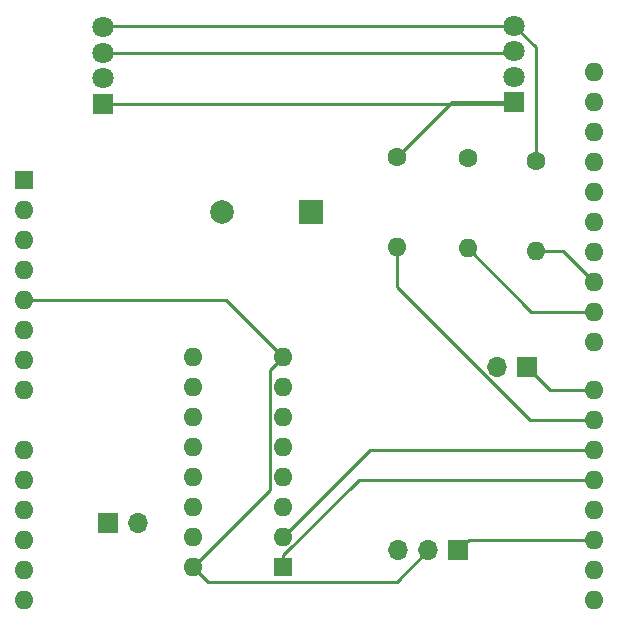
<source format=gbr>
%TF.GenerationSoftware,KiCad,Pcbnew,(6.0.9)*%
%TF.CreationDate,2023-07-07T16:24:00-04:00*%
%TF.ProjectId,MOODLighting,4d4f4f44-4c69-4676-9874-696e672e6b69,rev?*%
%TF.SameCoordinates,Original*%
%TF.FileFunction,Copper,L1,Top*%
%TF.FilePolarity,Positive*%
%FSLAX46Y46*%
G04 Gerber Fmt 4.6, Leading zero omitted, Abs format (unit mm)*
G04 Created by KiCad (PCBNEW (6.0.9)) date 2023-07-07 16:24:00*
%MOMM*%
%LPD*%
G01*
G04 APERTURE LIST*
%TA.AperFunction,ComponentPad*%
%ADD10R,1.600000X1.600000*%
%TD*%
%TA.AperFunction,ComponentPad*%
%ADD11O,1.600000X1.600000*%
%TD*%
%TA.AperFunction,ComponentPad*%
%ADD12R,1.800000X1.800000*%
%TD*%
%TA.AperFunction,ComponentPad*%
%ADD13C,1.800000*%
%TD*%
%TA.AperFunction,ComponentPad*%
%ADD14C,1.600000*%
%TD*%
%TA.AperFunction,ComponentPad*%
%ADD15R,1.700000X1.700000*%
%TD*%
%TA.AperFunction,ComponentPad*%
%ADD16O,1.700000X1.700000*%
%TD*%
%TA.AperFunction,ComponentPad*%
%ADD17R,2.000000X2.000000*%
%TD*%
%TA.AperFunction,ComponentPad*%
%ADD18C,2.000000*%
%TD*%
%TA.AperFunction,Conductor*%
%ADD19C,0.250000*%
%TD*%
G04 APERTURE END LIST*
D10*
%TO.P,A1,1,NC*%
%TO.N,unconnected-(A1-Pad1)*%
X109330000Y-76980000D03*
D11*
%TO.P,A1,2,IOREF*%
%TO.N,unconnected-(A1-Pad2)*%
X109330000Y-79520000D03*
%TO.P,A1,3,~{RESET}*%
%TO.N,unconnected-(A1-Pad3)*%
X109330000Y-82060000D03*
%TO.P,A1,4,3V3*%
%TO.N,unconnected-(A1-Pad4)*%
X109330000Y-84600000D03*
%TO.P,A1,5,+5V*%
%TO.N,/5v*%
X109330000Y-87140000D03*
%TO.P,A1,6,GND*%
%TO.N,GND*%
X109330000Y-89680000D03*
%TO.P,A1,7,GND*%
X109330000Y-92220000D03*
%TO.P,A1,8,VIN*%
%TO.N,unconnected-(A1-Pad8)*%
X109330000Y-94760000D03*
%TO.P,A1,9,A0*%
%TO.N,unconnected-(A1-Pad9)*%
X109330000Y-99840000D03*
%TO.P,A1,10,A1*%
%TO.N,unconnected-(A1-Pad10)*%
X109330000Y-102380000D03*
%TO.P,A1,11,A2*%
%TO.N,unconnected-(A1-Pad11)*%
X109330000Y-104920000D03*
%TO.P,A1,12,A3*%
%TO.N,unconnected-(A1-Pad12)*%
X109330000Y-107460000D03*
%TO.P,A1,13,SDA/A4*%
%TO.N,unconnected-(A1-Pad13)*%
X109330000Y-110000000D03*
%TO.P,A1,14,SCL/A5*%
%TO.N,unconnected-(A1-Pad14)*%
X109330000Y-112540000D03*
%TO.P,A1,15,D0/RX*%
%TO.N,unconnected-(A1-Pad15)*%
X157590000Y-112540000D03*
%TO.P,A1,16,D1/TX*%
%TO.N,unconnected-(A1-Pad16)*%
X157590000Y-110000000D03*
%TO.P,A1,17,D2*%
%TO.N,/D2*%
X157590000Y-107460000D03*
%TO.P,A1,18,D3*%
%TO.N,unconnected-(A1-Pad18)*%
X157590000Y-104920000D03*
%TO.P,A1,19,D4*%
%TO.N,/D4*%
X157590000Y-102380000D03*
%TO.P,A1,20,D5*%
%TO.N,/PWM5*%
X157590000Y-99840000D03*
%TO.P,A1,21,D6*%
%TO.N,/PWM6*%
X157590000Y-97300000D03*
%TO.P,A1,22,D7*%
%TO.N,/D7*%
X157590000Y-94760000D03*
%TO.P,A1,23,D8*%
%TO.N,unconnected-(A1-Pad23)*%
X157590000Y-90700000D03*
%TO.P,A1,24,D9*%
%TO.N,/PWM9*%
X157590000Y-88160000D03*
%TO.P,A1,25,D10*%
%TO.N,/pwm10*%
X157590000Y-85620000D03*
%TO.P,A1,26,D11*%
%TO.N,/pwm11*%
X157590000Y-83080000D03*
%TO.P,A1,27,D12*%
%TO.N,unconnected-(A1-Pad27)*%
X157590000Y-80540000D03*
%TO.P,A1,28,D13*%
%TO.N,unconnected-(A1-Pad28)*%
X157590000Y-78000000D03*
%TO.P,A1,29,GND*%
%TO.N,GND*%
X157590000Y-75460000D03*
%TO.P,A1,30,AREF*%
%TO.N,unconnected-(A1-Pad30)*%
X157590000Y-72920000D03*
%TO.P,A1,31,SDA/A4*%
%TO.N,unconnected-(A1-Pad31)*%
X157590000Y-70380000D03*
%TO.P,A1,32,SCL/A5*%
%TO.N,unconnected-(A1-Pad32)*%
X157590000Y-67840000D03*
%TD*%
D12*
%TO.P,D1,1,BA*%
%TO.N,Net-(D1-Pad1)*%
X116038000Y-70542000D03*
D13*
%TO.P,D1,2,K*%
%TO.N,GND*%
X116038000Y-68383000D03*
%TO.P,D1,3,GA*%
%TO.N,Net-(D1-Pad3)*%
X116038000Y-66224000D03*
%TO.P,D1,4,RA*%
%TO.N,Net-(D1-Pad4)*%
X116038000Y-64065000D03*
%TD*%
D14*
%TO.P,R2,1*%
%TO.N,Net-(D1-Pad4)*%
X152630000Y-75390000D03*
D11*
%TO.P,R2,2*%
%TO.N,/pwm10*%
X152630000Y-83010000D03*
%TD*%
D15*
%TO.P,J5,1,Pin_1*%
%TO.N,/D2*%
X146095000Y-108350000D03*
D16*
%TO.P,J5,2,Pin_2*%
%TO.N,/5v*%
X143555000Y-108350000D03*
%TO.P,J5,3,Pin_3*%
%TO.N,GND*%
X141015000Y-108350000D03*
%TD*%
D14*
%TO.P,R3,1*%
%TO.N,Net-(D1-Pad3)*%
X146910000Y-75180000D03*
D11*
%TO.P,R3,2*%
%TO.N,/PWM9*%
X146910000Y-82800000D03*
%TD*%
D17*
%TO.P,BZ1,1,-*%
%TO.N,/pwm11*%
X133640000Y-79750000D03*
D18*
%TO.P,BZ1,2,+*%
%TO.N,GND*%
X126040000Y-79750000D03*
%TD*%
D10*
%TO.P,U1,1,EN1\u002C2*%
%TO.N,/D4*%
X131240000Y-109745000D03*
D11*
%TO.P,U1,2,1A*%
%TO.N,/PWM5*%
X131240000Y-107205000D03*
%TO.P,U1,3,1Y*%
%TO.N,Net-(J3-Pad2)*%
X131240000Y-104665000D03*
%TO.P,U1,4,GND*%
%TO.N,GND*%
X131240000Y-102125000D03*
%TO.P,U1,5,GND*%
X131240000Y-99585000D03*
%TO.P,U1,6,2Y*%
%TO.N,unconnected-(U1-Pad6)*%
X131240000Y-97045000D03*
%TO.P,U1,7,2A*%
%TO.N,unconnected-(U1-Pad7)*%
X131240000Y-94505000D03*
%TO.P,U1,8,VCC2*%
%TO.N,/5v*%
X131240000Y-91965000D03*
%TO.P,U1,9,EN3\u002C4*%
%TO.N,unconnected-(U1-Pad9)*%
X123620000Y-91965000D03*
%TO.P,U1,10,3A*%
%TO.N,unconnected-(U1-Pad10)*%
X123620000Y-94505000D03*
%TO.P,U1,11,3Y*%
%TO.N,unconnected-(U1-Pad11)*%
X123620000Y-97045000D03*
%TO.P,U1,12,GND*%
%TO.N,GND*%
X123620000Y-99585000D03*
%TO.P,U1,13,GND*%
X123620000Y-102125000D03*
%TO.P,U1,14,4Y*%
%TO.N,unconnected-(U1-Pad14)*%
X123620000Y-104665000D03*
%TO.P,U1,15,4A*%
%TO.N,unconnected-(U1-Pad15)*%
X123620000Y-107205000D03*
%TO.P,U1,16,VCC1*%
%TO.N,/5v*%
X123620000Y-109745000D03*
%TD*%
D15*
%TO.P,J6,1,Pin_1*%
%TO.N,/D7*%
X151885000Y-92830000D03*
D16*
%TO.P,J6,2,Pin_2*%
%TO.N,GND*%
X149345000Y-92830000D03*
%TD*%
D15*
%TO.P,J3,1,Pin_1*%
%TO.N,GND*%
X116450000Y-106010000D03*
D16*
%TO.P,J3,2,Pin_2*%
%TO.N,Net-(J3-Pad2)*%
X118990000Y-106010000D03*
%TD*%
D14*
%TO.P,R4,1*%
%TO.N,Net-(D1-Pad1)*%
X140890000Y-75080000D03*
D11*
%TO.P,R4,2*%
%TO.N,/PWM6*%
X140890000Y-82700000D03*
%TD*%
D12*
%TO.P,D2,1,BA*%
%TO.N,Net-(D1-Pad1)*%
X150820000Y-70417000D03*
D13*
%TO.P,D2,2,K*%
%TO.N,GND*%
X150820000Y-68258000D03*
%TO.P,D2,3,GA*%
%TO.N,Net-(D1-Pad3)*%
X150820000Y-66099000D03*
%TO.P,D2,4,RA*%
%TO.N,Net-(D1-Pad4)*%
X150820000Y-63940000D03*
%TD*%
D19*
%TO.N,Net-(D1-Pad4)*%
X152630000Y-65750000D02*
X150820000Y-63940000D01*
X152630000Y-75390000D02*
X152630000Y-65750000D01*
%TO.N,/5v*%
X126415000Y-87140000D02*
X131240000Y-91965000D01*
X109330000Y-87140000D02*
X126415000Y-87140000D01*
X130115000Y-103250000D02*
X130115000Y-93090000D01*
X123620000Y-109745000D02*
X130115000Y-103250000D01*
X130115000Y-93090000D02*
X131240000Y-91965000D01*
X124925000Y-111050000D02*
X123620000Y-109745000D01*
X140855000Y-111050000D02*
X124925000Y-111050000D01*
X143555000Y-108350000D02*
X140855000Y-111050000D01*
%TO.N,/PWM5*%
X157590000Y-99840000D02*
X138605000Y-99840000D01*
X138605000Y-99840000D02*
X131240000Y-107205000D01*
%TO.N,/D4*%
X137655991Y-102380000D02*
X131240000Y-108795991D01*
X131240000Y-108795991D02*
X131240000Y-109745000D01*
X157590000Y-102380000D02*
X137655991Y-102380000D01*
%TO.N,/D2*%
X146985000Y-107460000D02*
X146095000Y-108350000D01*
X157590000Y-107460000D02*
X146985000Y-107460000D01*
%TO.N,/D7*%
X157590000Y-94760000D02*
X153815000Y-94760000D01*
X153815000Y-94760000D02*
X151885000Y-92830000D01*
%TO.N,/PWM6*%
X152153299Y-97300000D02*
X157590000Y-97300000D01*
X140890000Y-86036701D02*
X152153299Y-97300000D01*
X140890000Y-82700000D02*
X140890000Y-86036701D01*
%TO.N,/PWM9*%
X152270000Y-88160000D02*
X157590000Y-88160000D01*
X146910000Y-82800000D02*
X152270000Y-88160000D01*
%TO.N,/pwm10*%
X152630000Y-83010000D02*
X154980000Y-83010000D01*
X154980000Y-83010000D02*
X157590000Y-85620000D01*
%TO.N,Net-(D1-Pad3)*%
X150695000Y-66224000D02*
X150820000Y-66099000D01*
X116038000Y-66224000D02*
X150695000Y-66224000D01*
%TO.N,Net-(D1-Pad4)*%
X116163000Y-63940000D02*
X116038000Y-64065000D01*
X150820000Y-63940000D02*
X116163000Y-63940000D01*
%TO.N,Net-(D1-Pad1)*%
X145553000Y-70417000D02*
X150820000Y-70417000D01*
X140890000Y-75080000D02*
X145553000Y-70417000D01*
X150695000Y-70542000D02*
X150820000Y-70417000D01*
X116038000Y-70542000D02*
X150695000Y-70542000D01*
%TD*%
M02*

</source>
